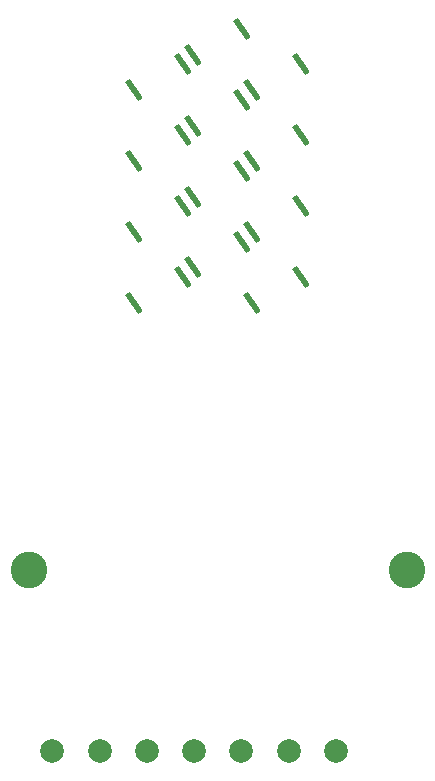
<source format=gbr>
%TF.GenerationSoftware,KiCad,Pcbnew,7.0.1*%
%TF.CreationDate,2024-10-11T19:42:49-04:00*%
%TF.ProjectId,PESTFlex,50455354-466c-4657-982e-6b696361645f,rev?*%
%TF.SameCoordinates,Original*%
%TF.FileFunction,Soldermask,Top*%
%TF.FilePolarity,Negative*%
%FSLAX46Y46*%
G04 Gerber Fmt 4.6, Leading zero omitted, Abs format (unit mm)*
G04 Created by KiCad (PCBNEW 7.0.1) date 2024-10-11 19:42:49*
%MOMM*%
%LPD*%
G01*
G04 APERTURE LIST*
G04 Aperture macros list*
%AMRoundRect*
0 Rectangle with rounded corners*
0 $1 Rounding radius*
0 $2 $3 $4 $5 $6 $7 $8 $9 X,Y pos of 4 corners*
0 Add a 4 corners polygon primitive as box body*
4,1,4,$2,$3,$4,$5,$6,$7,$8,$9,$2,$3,0*
0 Add four circle primitives for the rounded corners*
1,1,$1+$1,$2,$3*
1,1,$1+$1,$4,$5*
1,1,$1+$1,$6,$7*
1,1,$1+$1,$8,$9*
0 Add four rect primitives between the rounded corners*
20,1,$1+$1,$2,$3,$4,$5,0*
20,1,$1+$1,$4,$5,$6,$7,0*
20,1,$1+$1,$6,$7,$8,$9,0*
20,1,$1+$1,$8,$9,$2,$3,0*%
G04 Aperture macros list end*
%ADD10C,3.100000*%
%ADD11RoundRect,0.125000X-0.604273X0.645061X0.399485X-0.788455X0.604273X-0.645061X-0.399485X0.788455X0*%
%ADD12C,2.000000*%
G04 APERTURE END LIST*
D10*
%TO.C,REF\u002A\u002A*%
X56000000Y-64750000D03*
%TD*%
%TO.C,REF\u002A\u002A*%
X24000000Y-64750000D03*
%TD*%
D11*
%TO.C,L3*%
X37088889Y-27903577D03*
X32911111Y-30096423D03*
%TD*%
%TO.C,L1*%
X37088889Y-21903577D03*
X32911111Y-24096423D03*
%TD*%
%TO.C,L8*%
X47088889Y-33903577D03*
X42911111Y-36096423D03*
%TD*%
%TO.C,L9*%
X37088889Y-39903577D03*
X32911111Y-42096423D03*
%TD*%
%TO.C,L6*%
X37088889Y-33903577D03*
X32911111Y-36096423D03*
%TD*%
%TO.C,L4*%
X42088889Y-24903577D03*
X37911111Y-27096423D03*
%TD*%
%TO.C,L10*%
X42088889Y-36903577D03*
X37911111Y-39096423D03*
%TD*%
%TO.C,L11*%
X47088889Y-39903577D03*
X42911111Y-42096423D03*
%TD*%
%TO.C,L5*%
X47088889Y-27903577D03*
X42911111Y-30096423D03*
%TD*%
%TO.C,L12*%
X42088889Y-18903577D03*
X37911111Y-21096423D03*
%TD*%
%TO.C,L7*%
X42088889Y-30903577D03*
X37911111Y-33096423D03*
%TD*%
D12*
%TO.C,J1*%
X26000000Y-80000000D03*
X30000000Y-80000000D03*
X34000000Y-80000000D03*
X38000000Y-80000000D03*
X42000000Y-80000000D03*
X46000000Y-80000000D03*
X50000000Y-80000000D03*
%TD*%
D11*
%TO.C,L2*%
X47088889Y-21903577D03*
X42911111Y-24096423D03*
%TD*%
M02*

</source>
